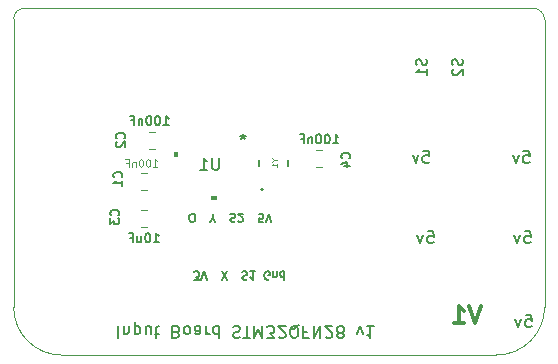
<source format=gbr>
G04 #@! TF.GenerationSoftware,KiCad,Pcbnew,(5.1.6)-1*
G04 #@! TF.CreationDate,2021-11-18T20:07:37-06:00*
G04 #@! TF.ProjectId,ControlPanelSTM32QFN28,436f6e74-726f-46c5-9061-6e656c53544d,rev?*
G04 #@! TF.SameCoordinates,Original*
G04 #@! TF.FileFunction,Legend,Bot*
G04 #@! TF.FilePolarity,Positive*
%FSLAX46Y46*%
G04 Gerber Fmt 4.6, Leading zero omitted, Abs format (unit mm)*
G04 Created by KiCad (PCBNEW (5.1.6)-1) date 2021-11-18 20:07:37*
%MOMM*%
%LPD*%
G01*
G04 APERTURE LIST*
%ADD10C,0.152400*%
G04 #@! TA.AperFunction,Profile*
%ADD11C,0.050000*%
G04 #@! TD*
%ADD12C,0.300000*%
%ADD13C,0.175000*%
%ADD14C,0.187500*%
%ADD15C,0.100000*%
%ADD16C,0.120000*%
%ADD17C,0.200000*%
%ADD18C,0.127000*%
%ADD19C,0.150000*%
%ADD20C,0.114300*%
%ADD21C,0.120132*%
G04 APERTURE END LIST*
D10*
X166145142Y-97443619D02*
X166628952Y-97443619D01*
X166677333Y-97927428D01*
X166628952Y-97879047D01*
X166532190Y-97830666D01*
X166290285Y-97830666D01*
X166193523Y-97879047D01*
X166145142Y-97927428D01*
X166096761Y-98024190D01*
X166096761Y-98266095D01*
X166145142Y-98362857D01*
X166193523Y-98411238D01*
X166290285Y-98459619D01*
X166532190Y-98459619D01*
X166628952Y-98411238D01*
X166677333Y-98362857D01*
X165758095Y-97782285D02*
X165516190Y-98459619D01*
X165274285Y-97782285D01*
X174645142Y-97443619D02*
X175128952Y-97443619D01*
X175177333Y-97927428D01*
X175128952Y-97879047D01*
X175032190Y-97830666D01*
X174790285Y-97830666D01*
X174693523Y-97879047D01*
X174645142Y-97927428D01*
X174596761Y-98024190D01*
X174596761Y-98266095D01*
X174645142Y-98362857D01*
X174693523Y-98411238D01*
X174790285Y-98459619D01*
X175032190Y-98459619D01*
X175128952Y-98411238D01*
X175177333Y-98362857D01*
X174258095Y-97782285D02*
X174016190Y-98459619D01*
X173774285Y-97782285D01*
X174845142Y-111343619D02*
X175328952Y-111343619D01*
X175377333Y-111827428D01*
X175328952Y-111779047D01*
X175232190Y-111730666D01*
X174990285Y-111730666D01*
X174893523Y-111779047D01*
X174845142Y-111827428D01*
X174796761Y-111924190D01*
X174796761Y-112166095D01*
X174845142Y-112262857D01*
X174893523Y-112311238D01*
X174990285Y-112359619D01*
X175232190Y-112359619D01*
X175328952Y-112311238D01*
X175377333Y-112262857D01*
X174458095Y-111682285D02*
X174216190Y-112359619D01*
X173974285Y-111682285D01*
X174745142Y-104243619D02*
X175228952Y-104243619D01*
X175277333Y-104727428D01*
X175228952Y-104679047D01*
X175132190Y-104630666D01*
X174890285Y-104630666D01*
X174793523Y-104679047D01*
X174745142Y-104727428D01*
X174696761Y-104824190D01*
X174696761Y-105066095D01*
X174745142Y-105162857D01*
X174793523Y-105211238D01*
X174890285Y-105259619D01*
X175132190Y-105259619D01*
X175228952Y-105211238D01*
X175277333Y-105162857D01*
X174358095Y-104582285D02*
X174116190Y-105259619D01*
X173874285Y-104582285D01*
D11*
X175479873Y-85389743D02*
G75*
G02*
X176439940Y-86360000I-5095J-965162D01*
G01*
X131488000Y-86296602D02*
G75*
G02*
X132389685Y-85389720I901685J5182D01*
G01*
D12*
X171081865Y-110552491D02*
X170581865Y-112052491D01*
X170081865Y-110552491D01*
X168796151Y-112052491D02*
X169653294Y-112052491D01*
X169224722Y-112052491D02*
X169224722Y-110552491D01*
X169367580Y-110766777D01*
X169510437Y-110909634D01*
X169653294Y-110981062D01*
D13*
X146759200Y-108370333D02*
X147192533Y-108370333D01*
X146959200Y-108103666D01*
X147059200Y-108103666D01*
X147125866Y-108070333D01*
X147159200Y-108037000D01*
X147192533Y-107970333D01*
X147192533Y-107803666D01*
X147159200Y-107737000D01*
X147125866Y-107703666D01*
X147059200Y-107670333D01*
X146859200Y-107670333D01*
X146792533Y-107703666D01*
X146759200Y-107737000D01*
X147392533Y-108370333D02*
X147625866Y-107670333D01*
X147859200Y-108370333D01*
X149092533Y-108370333D02*
X149559200Y-107670333D01*
X149559200Y-108370333D02*
X149092533Y-107670333D01*
X150859200Y-107703666D02*
X150959200Y-107670333D01*
X151125866Y-107670333D01*
X151192533Y-107703666D01*
X151225866Y-107737000D01*
X151259200Y-107803666D01*
X151259200Y-107870333D01*
X151225866Y-107937000D01*
X151192533Y-107970333D01*
X151125866Y-108003666D01*
X150992533Y-108037000D01*
X150925866Y-108070333D01*
X150892533Y-108103666D01*
X150859200Y-108170333D01*
X150859200Y-108237000D01*
X150892533Y-108303666D01*
X150925866Y-108337000D01*
X150992533Y-108370333D01*
X151159200Y-108370333D01*
X151259200Y-108337000D01*
X151925866Y-107670333D02*
X151525866Y-107670333D01*
X151725866Y-107670333D02*
X151725866Y-108370333D01*
X151659200Y-108270333D01*
X151592533Y-108203666D01*
X151525866Y-108170333D01*
X153125866Y-108337000D02*
X153059200Y-108370333D01*
X152959200Y-108370333D01*
X152859200Y-108337000D01*
X152792533Y-108270333D01*
X152759200Y-108203666D01*
X152725866Y-108070333D01*
X152725866Y-107970333D01*
X152759200Y-107837000D01*
X152792533Y-107770333D01*
X152859200Y-107703666D01*
X152959200Y-107670333D01*
X153025866Y-107670333D01*
X153125866Y-107703666D01*
X153159200Y-107737000D01*
X153159200Y-107970333D01*
X153025866Y-107970333D01*
X153459200Y-108137000D02*
X153459200Y-107670333D01*
X153459200Y-108070333D02*
X153492533Y-108103666D01*
X153559200Y-108137000D01*
X153659200Y-108137000D01*
X153725866Y-108103666D01*
X153759200Y-108037000D01*
X153759200Y-107670333D01*
X154392533Y-107670333D02*
X154392533Y-108370333D01*
X154392533Y-107703666D02*
X154325866Y-107670333D01*
X154192533Y-107670333D01*
X154125866Y-107703666D01*
X154092533Y-107737000D01*
X154059200Y-107803666D01*
X154059200Y-108003666D01*
X154092533Y-108070333D01*
X154125866Y-108103666D01*
X154192533Y-108137000D01*
X154325866Y-108137000D01*
X154392533Y-108103666D01*
X146542533Y-103470333D02*
X146675866Y-103470333D01*
X146742533Y-103437000D01*
X146809200Y-103370333D01*
X146842533Y-103237000D01*
X146842533Y-103003666D01*
X146809200Y-102870333D01*
X146742533Y-102803666D01*
X146675866Y-102770333D01*
X146542533Y-102770333D01*
X146475866Y-102803666D01*
X146409200Y-102870333D01*
X146375866Y-103003666D01*
X146375866Y-103237000D01*
X146409200Y-103370333D01*
X146475866Y-103437000D01*
X146542533Y-103470333D01*
X148342533Y-103103666D02*
X148342533Y-102770333D01*
X148109200Y-103470333D02*
X148342533Y-103103666D01*
X148575866Y-103470333D01*
X149842533Y-102803666D02*
X149942533Y-102770333D01*
X150109200Y-102770333D01*
X150175866Y-102803666D01*
X150209200Y-102837000D01*
X150242533Y-102903666D01*
X150242533Y-102970333D01*
X150209200Y-103037000D01*
X150175866Y-103070333D01*
X150109200Y-103103666D01*
X149975866Y-103137000D01*
X149909200Y-103170333D01*
X149875866Y-103203666D01*
X149842533Y-103270333D01*
X149842533Y-103337000D01*
X149875866Y-103403666D01*
X149909200Y-103437000D01*
X149975866Y-103470333D01*
X150142533Y-103470333D01*
X150242533Y-103437000D01*
X150509200Y-103403666D02*
X150542533Y-103437000D01*
X150609200Y-103470333D01*
X150775866Y-103470333D01*
X150842533Y-103437000D01*
X150875866Y-103403666D01*
X150909200Y-103337000D01*
X150909200Y-103270333D01*
X150875866Y-103170333D01*
X150475866Y-102770333D01*
X150909200Y-102770333D01*
X152609200Y-103470333D02*
X152275866Y-103470333D01*
X152242533Y-103137000D01*
X152275866Y-103170333D01*
X152342533Y-103203666D01*
X152509200Y-103203666D01*
X152575866Y-103170333D01*
X152609200Y-103137000D01*
X152642533Y-103070333D01*
X152642533Y-102903666D01*
X152609200Y-102837000D01*
X152575866Y-102803666D01*
X152509200Y-102770333D01*
X152342533Y-102770333D01*
X152275866Y-102803666D01*
X152242533Y-102837000D01*
X152842533Y-103470333D02*
X153075866Y-102770333D01*
X153309200Y-103470333D01*
D14*
X166438833Y-89722666D02*
X166481166Y-89849666D01*
X166481166Y-90061333D01*
X166438833Y-90146000D01*
X166396500Y-90188333D01*
X166311833Y-90230666D01*
X166227166Y-90230666D01*
X166142500Y-90188333D01*
X166100166Y-90146000D01*
X166057833Y-90061333D01*
X166015500Y-89892000D01*
X165973166Y-89807333D01*
X165930833Y-89765000D01*
X165846166Y-89722666D01*
X165761500Y-89722666D01*
X165676833Y-89765000D01*
X165634500Y-89807333D01*
X165592166Y-89892000D01*
X165592166Y-90103666D01*
X165634500Y-90230666D01*
X166481166Y-91077333D02*
X166481166Y-90569333D01*
X166481166Y-90823333D02*
X165592166Y-90823333D01*
X165719166Y-90738666D01*
X165803833Y-90654000D01*
X165846166Y-90569333D01*
X169480833Y-89722666D02*
X169523166Y-89849666D01*
X169523166Y-90061333D01*
X169480833Y-90146000D01*
X169438500Y-90188333D01*
X169353833Y-90230666D01*
X169269166Y-90230666D01*
X169184500Y-90188333D01*
X169142166Y-90146000D01*
X169099833Y-90061333D01*
X169057500Y-89892000D01*
X169015166Y-89807333D01*
X168972833Y-89765000D01*
X168888166Y-89722666D01*
X168803500Y-89722666D01*
X168718833Y-89765000D01*
X168676500Y-89807333D01*
X168634166Y-89892000D01*
X168634166Y-90103666D01*
X168676500Y-90230666D01*
X168718833Y-90569333D02*
X168676500Y-90611666D01*
X168634166Y-90696333D01*
X168634166Y-90908000D01*
X168676500Y-90992666D01*
X168718833Y-91035000D01*
X168803500Y-91077333D01*
X168888166Y-91077333D01*
X169015166Y-91035000D01*
X169523166Y-90527000D01*
X169523166Y-91077333D01*
X140341047Y-112290380D02*
X140341047Y-113306380D01*
X140824857Y-112967714D02*
X140824857Y-112290380D01*
X140824857Y-112870952D02*
X140873238Y-112919333D01*
X140970000Y-112967714D01*
X141115142Y-112967714D01*
X141211904Y-112919333D01*
X141260285Y-112822571D01*
X141260285Y-112290380D01*
X141744095Y-112967714D02*
X141744095Y-111951714D01*
X141744095Y-112919333D02*
X141840857Y-112967714D01*
X142034380Y-112967714D01*
X142131142Y-112919333D01*
X142179523Y-112870952D01*
X142227904Y-112774190D01*
X142227904Y-112483904D01*
X142179523Y-112387142D01*
X142131142Y-112338761D01*
X142034380Y-112290380D01*
X141840857Y-112290380D01*
X141744095Y-112338761D01*
X143098761Y-112967714D02*
X143098761Y-112290380D01*
X142663333Y-112967714D02*
X142663333Y-112435523D01*
X142711714Y-112338761D01*
X142808476Y-112290380D01*
X142953619Y-112290380D01*
X143050380Y-112338761D01*
X143098761Y-112387142D01*
X143437428Y-112967714D02*
X143824476Y-112967714D01*
X143582571Y-113306380D02*
X143582571Y-112435523D01*
X143630952Y-112338761D01*
X143727714Y-112290380D01*
X143824476Y-112290380D01*
X145275904Y-112822571D02*
X145421047Y-112774190D01*
X145469428Y-112725809D01*
X145517809Y-112629047D01*
X145517809Y-112483904D01*
X145469428Y-112387142D01*
X145421047Y-112338761D01*
X145324285Y-112290380D01*
X144937238Y-112290380D01*
X144937238Y-113306380D01*
X145275904Y-113306380D01*
X145372666Y-113258000D01*
X145421047Y-113209619D01*
X145469428Y-113112857D01*
X145469428Y-113016095D01*
X145421047Y-112919333D01*
X145372666Y-112870952D01*
X145275904Y-112822571D01*
X144937238Y-112822571D01*
X146098380Y-112290380D02*
X146001619Y-112338761D01*
X145953238Y-112387142D01*
X145904857Y-112483904D01*
X145904857Y-112774190D01*
X145953238Y-112870952D01*
X146001619Y-112919333D01*
X146098380Y-112967714D01*
X146243523Y-112967714D01*
X146340285Y-112919333D01*
X146388666Y-112870952D01*
X146437047Y-112774190D01*
X146437047Y-112483904D01*
X146388666Y-112387142D01*
X146340285Y-112338761D01*
X146243523Y-112290380D01*
X146098380Y-112290380D01*
X147307904Y-112290380D02*
X147307904Y-112822571D01*
X147259523Y-112919333D01*
X147162761Y-112967714D01*
X146969238Y-112967714D01*
X146872476Y-112919333D01*
X147307904Y-112338761D02*
X147211142Y-112290380D01*
X146969238Y-112290380D01*
X146872476Y-112338761D01*
X146824095Y-112435523D01*
X146824095Y-112532285D01*
X146872476Y-112629047D01*
X146969238Y-112677428D01*
X147211142Y-112677428D01*
X147307904Y-112725809D01*
X147791714Y-112290380D02*
X147791714Y-112967714D01*
X147791714Y-112774190D02*
X147840095Y-112870952D01*
X147888476Y-112919333D01*
X147985238Y-112967714D01*
X148082000Y-112967714D01*
X148856095Y-112290380D02*
X148856095Y-113306380D01*
X148856095Y-112338761D02*
X148759333Y-112290380D01*
X148565809Y-112290380D01*
X148469047Y-112338761D01*
X148420666Y-112387142D01*
X148372285Y-112483904D01*
X148372285Y-112774190D01*
X148420666Y-112870952D01*
X148469047Y-112919333D01*
X148565809Y-112967714D01*
X148759333Y-112967714D01*
X148856095Y-112919333D01*
X150065619Y-112338761D02*
X150210761Y-112290380D01*
X150452666Y-112290380D01*
X150549428Y-112338761D01*
X150597809Y-112387142D01*
X150646190Y-112483904D01*
X150646190Y-112580666D01*
X150597809Y-112677428D01*
X150549428Y-112725809D01*
X150452666Y-112774190D01*
X150259142Y-112822571D01*
X150162380Y-112870952D01*
X150114000Y-112919333D01*
X150065619Y-113016095D01*
X150065619Y-113112857D01*
X150114000Y-113209619D01*
X150162380Y-113258000D01*
X150259142Y-113306380D01*
X150501047Y-113306380D01*
X150646190Y-113258000D01*
X150936476Y-113306380D02*
X151517047Y-113306380D01*
X151226761Y-112290380D02*
X151226761Y-113306380D01*
X151855714Y-112290380D02*
X151855714Y-113306380D01*
X152194380Y-112580666D01*
X152533047Y-113306380D01*
X152533047Y-112290380D01*
X152920095Y-113306380D02*
X153549047Y-113306380D01*
X153210380Y-112919333D01*
X153355523Y-112919333D01*
X153452285Y-112870952D01*
X153500666Y-112822571D01*
X153549047Y-112725809D01*
X153549047Y-112483904D01*
X153500666Y-112387142D01*
X153452285Y-112338761D01*
X153355523Y-112290380D01*
X153065238Y-112290380D01*
X152968476Y-112338761D01*
X152920095Y-112387142D01*
X153936095Y-113209619D02*
X153984476Y-113258000D01*
X154081238Y-113306380D01*
X154323142Y-113306380D01*
X154419904Y-113258000D01*
X154468285Y-113209619D01*
X154516666Y-113112857D01*
X154516666Y-113016095D01*
X154468285Y-112870952D01*
X153887714Y-112290380D01*
X154516666Y-112290380D01*
X155629428Y-112193619D02*
X155532666Y-112242000D01*
X155435904Y-112338761D01*
X155290761Y-112483904D01*
X155194000Y-112532285D01*
X155097238Y-112532285D01*
X155145619Y-112290380D02*
X155048857Y-112338761D01*
X154952095Y-112435523D01*
X154903714Y-112629047D01*
X154903714Y-112967714D01*
X154952095Y-113161238D01*
X155048857Y-113258000D01*
X155145619Y-113306380D01*
X155339142Y-113306380D01*
X155435904Y-113258000D01*
X155532666Y-113161238D01*
X155581047Y-112967714D01*
X155581047Y-112629047D01*
X155532666Y-112435523D01*
X155435904Y-112338761D01*
X155339142Y-112290380D01*
X155145619Y-112290380D01*
X156355142Y-112822571D02*
X156016476Y-112822571D01*
X156016476Y-112290380D02*
X156016476Y-113306380D01*
X156500285Y-113306380D01*
X156887333Y-112290380D02*
X156887333Y-113306380D01*
X157467904Y-112290380D01*
X157467904Y-113306380D01*
X157903333Y-113209619D02*
X157951714Y-113258000D01*
X158048476Y-113306380D01*
X158290380Y-113306380D01*
X158387142Y-113258000D01*
X158435523Y-113209619D01*
X158483904Y-113112857D01*
X158483904Y-113016095D01*
X158435523Y-112870952D01*
X157854952Y-112290380D01*
X158483904Y-112290380D01*
X159064476Y-112870952D02*
X158967714Y-112919333D01*
X158919333Y-112967714D01*
X158870952Y-113064476D01*
X158870952Y-113112857D01*
X158919333Y-113209619D01*
X158967714Y-113258000D01*
X159064476Y-113306380D01*
X159258000Y-113306380D01*
X159354761Y-113258000D01*
X159403142Y-113209619D01*
X159451523Y-113112857D01*
X159451523Y-113064476D01*
X159403142Y-112967714D01*
X159354761Y-112919333D01*
X159258000Y-112870952D01*
X159064476Y-112870952D01*
X158967714Y-112822571D01*
X158919333Y-112774190D01*
X158870952Y-112677428D01*
X158870952Y-112483904D01*
X158919333Y-112387142D01*
X158967714Y-112338761D01*
X159064476Y-112290380D01*
X159258000Y-112290380D01*
X159354761Y-112338761D01*
X159403142Y-112387142D01*
X159451523Y-112483904D01*
X159451523Y-112677428D01*
X159403142Y-112774190D01*
X159354761Y-112822571D01*
X159258000Y-112870952D01*
X160564285Y-112967714D02*
X160806190Y-112290380D01*
X161048095Y-112967714D01*
X161967333Y-112290380D02*
X161386761Y-112290380D01*
X161677047Y-112290380D02*
X161677047Y-113306380D01*
X161580285Y-113161238D01*
X161483523Y-113064476D01*
X161386761Y-113016095D01*
D10*
X166545142Y-104243619D02*
X167028952Y-104243619D01*
X167077333Y-104727428D01*
X167028952Y-104679047D01*
X166932190Y-104630666D01*
X166690285Y-104630666D01*
X166593523Y-104679047D01*
X166545142Y-104727428D01*
X166496761Y-104824190D01*
X166496761Y-105066095D01*
X166545142Y-105162857D01*
X166593523Y-105211238D01*
X166690285Y-105259619D01*
X166932190Y-105259619D01*
X167028952Y-105211238D01*
X167077333Y-105162857D01*
X166158095Y-104582285D02*
X165916190Y-105259619D01*
X165674285Y-104582285D01*
D11*
X131488000Y-110680500D02*
X131488000Y-86296602D01*
X135552000Y-114744500D02*
G75*
G02*
X131488000Y-110680500I0J4064000D01*
G01*
X172353080Y-114744500D02*
X135552000Y-114744500D01*
X176439940Y-86360000D02*
X176450164Y-110667800D01*
X176450164Y-110670340D02*
G75*
G02*
X172353080Y-114744500I-4074224J0D01*
G01*
X175479873Y-85389743D02*
X132389685Y-85389720D01*
D15*
G36*
X148610880Y-101318674D02*
G01*
X148610880Y-101572674D01*
X148229880Y-101572674D01*
X148229880Y-101318674D01*
X148610880Y-101318674D01*
G37*
X148610880Y-101318674D02*
X148610880Y-101572674D01*
X148229880Y-101572674D01*
X148229880Y-101318674D01*
X148610880Y-101318674D01*
G36*
X145067326Y-97528740D02*
G01*
X145067326Y-97909740D01*
X145321326Y-97909740D01*
X145321326Y-97528740D01*
X145067326Y-97528740D01*
G37*
X145067326Y-97528740D02*
X145067326Y-97909740D01*
X145321326Y-97909740D01*
X145321326Y-97528740D01*
X145067326Y-97528740D01*
D16*
X142278748Y-99295000D02*
X142801252Y-99295000D01*
X142278748Y-100765000D02*
X142801252Y-100765000D01*
X143461252Y-97315000D02*
X142938748Y-97315000D01*
X143461252Y-95845000D02*
X142938748Y-95845000D01*
X142801252Y-102445000D02*
X142278748Y-102445000D01*
X142801252Y-103915000D02*
X142278748Y-103915000D01*
X157611078Y-97420000D02*
X157093922Y-97420000D01*
X157611078Y-98840000D02*
X157093922Y-98840000D01*
D17*
X152606000Y-100735000D02*
G75*
G03*
X152606000Y-100735000I-100000J0D01*
G01*
D18*
X152250000Y-98710000D02*
X152250000Y-98210000D01*
X154750000Y-98710000D02*
X154750000Y-98210000D01*
D19*
X148881904Y-98072380D02*
X148881904Y-98881904D01*
X148834285Y-98977142D01*
X148786666Y-99024761D01*
X148691428Y-99072380D01*
X148500952Y-99072380D01*
X148405714Y-99024761D01*
X148358095Y-98977142D01*
X148310476Y-98881904D01*
X148310476Y-98072380D01*
X147310476Y-99072380D02*
X147881904Y-99072380D01*
X147596190Y-99072380D02*
X147596190Y-98072380D01*
X147691428Y-98215238D01*
X147786666Y-98310476D01*
X147881904Y-98358095D01*
X150899674Y-96040050D02*
X150899674Y-96278146D01*
X151137769Y-96182908D02*
X150899674Y-96278146D01*
X150661578Y-96182908D01*
X151042531Y-96468622D02*
X150899674Y-96278146D01*
X150756816Y-96468622D01*
X150899674Y-96040050D02*
X150899674Y-96278146D01*
X151137769Y-96182908D02*
X150899674Y-96278146D01*
X150661578Y-96182908D01*
X151042531Y-96468622D02*
X150899674Y-96278146D01*
X150756816Y-96468622D01*
D18*
X140632822Y-99694720D02*
X140669108Y-99658434D01*
X140705394Y-99549577D01*
X140705394Y-99477005D01*
X140669108Y-99368148D01*
X140596537Y-99295577D01*
X140523965Y-99259291D01*
X140378822Y-99223005D01*
X140269965Y-99223005D01*
X140124822Y-99259291D01*
X140052251Y-99295577D01*
X139979680Y-99368148D01*
X139943394Y-99477005D01*
X139943394Y-99549577D01*
X139979680Y-99658434D01*
X140015965Y-99694720D01*
X140705394Y-100420434D02*
X140705394Y-99985005D01*
X140705394Y-100202720D02*
X139943394Y-100202720D01*
X140052251Y-100130148D01*
X140124822Y-100057577D01*
X140161108Y-99985005D01*
D20*
X143302738Y-98807261D02*
X143665595Y-98807261D01*
X143484166Y-98807261D02*
X143484166Y-98172261D01*
X143544642Y-98262976D01*
X143605119Y-98323452D01*
X143665595Y-98353690D01*
X142909642Y-98172261D02*
X142849166Y-98172261D01*
X142788690Y-98202500D01*
X142758452Y-98232738D01*
X142728214Y-98293214D01*
X142697976Y-98414166D01*
X142697976Y-98565357D01*
X142728214Y-98686309D01*
X142758452Y-98746785D01*
X142788690Y-98777023D01*
X142849166Y-98807261D01*
X142909642Y-98807261D01*
X142970119Y-98777023D01*
X143000357Y-98746785D01*
X143030595Y-98686309D01*
X143060833Y-98565357D01*
X143060833Y-98414166D01*
X143030595Y-98293214D01*
X143000357Y-98232738D01*
X142970119Y-98202500D01*
X142909642Y-98172261D01*
X142304880Y-98172261D02*
X142244404Y-98172261D01*
X142183928Y-98202500D01*
X142153690Y-98232738D01*
X142123452Y-98293214D01*
X142093214Y-98414166D01*
X142093214Y-98565357D01*
X142123452Y-98686309D01*
X142153690Y-98746785D01*
X142183928Y-98777023D01*
X142244404Y-98807261D01*
X142304880Y-98807261D01*
X142365357Y-98777023D01*
X142395595Y-98746785D01*
X142425833Y-98686309D01*
X142456071Y-98565357D01*
X142456071Y-98414166D01*
X142425833Y-98293214D01*
X142395595Y-98232738D01*
X142365357Y-98202500D01*
X142304880Y-98172261D01*
X141821071Y-98383928D02*
X141821071Y-98807261D01*
X141821071Y-98444404D02*
X141790833Y-98414166D01*
X141730357Y-98383928D01*
X141639642Y-98383928D01*
X141579166Y-98414166D01*
X141548928Y-98474642D01*
X141548928Y-98807261D01*
X141034880Y-98474642D02*
X141246547Y-98474642D01*
X141246547Y-98807261D02*
X141246547Y-98172261D01*
X140944166Y-98172261D01*
D18*
X140842142Y-96403000D02*
X140878428Y-96366714D01*
X140914714Y-96257857D01*
X140914714Y-96185285D01*
X140878428Y-96076428D01*
X140805857Y-96003857D01*
X140733285Y-95967571D01*
X140588142Y-95931285D01*
X140479285Y-95931285D01*
X140334142Y-95967571D01*
X140261571Y-96003857D01*
X140189000Y-96076428D01*
X140152714Y-96185285D01*
X140152714Y-96257857D01*
X140189000Y-96366714D01*
X140225285Y-96403000D01*
X140225285Y-96693285D02*
X140189000Y-96729571D01*
X140152714Y-96802142D01*
X140152714Y-96983571D01*
X140189000Y-97056142D01*
X140225285Y-97092428D01*
X140297857Y-97128714D01*
X140370428Y-97128714D01*
X140479285Y-97092428D01*
X140914714Y-96657000D01*
X140914714Y-97128714D01*
X144169285Y-95264714D02*
X144604714Y-95264714D01*
X144387000Y-95264714D02*
X144387000Y-94502714D01*
X144459571Y-94611571D01*
X144532142Y-94684142D01*
X144604714Y-94720428D01*
X143697571Y-94502714D02*
X143625000Y-94502714D01*
X143552428Y-94539000D01*
X143516142Y-94575285D01*
X143479857Y-94647857D01*
X143443571Y-94793000D01*
X143443571Y-94974428D01*
X143479857Y-95119571D01*
X143516142Y-95192142D01*
X143552428Y-95228428D01*
X143625000Y-95264714D01*
X143697571Y-95264714D01*
X143770142Y-95228428D01*
X143806428Y-95192142D01*
X143842714Y-95119571D01*
X143879000Y-94974428D01*
X143879000Y-94793000D01*
X143842714Y-94647857D01*
X143806428Y-94575285D01*
X143770142Y-94539000D01*
X143697571Y-94502714D01*
X142971857Y-94502714D02*
X142899285Y-94502714D01*
X142826714Y-94539000D01*
X142790428Y-94575285D01*
X142754142Y-94647857D01*
X142717857Y-94793000D01*
X142717857Y-94974428D01*
X142754142Y-95119571D01*
X142790428Y-95192142D01*
X142826714Y-95228428D01*
X142899285Y-95264714D01*
X142971857Y-95264714D01*
X143044428Y-95228428D01*
X143080714Y-95192142D01*
X143117000Y-95119571D01*
X143153285Y-94974428D01*
X143153285Y-94793000D01*
X143117000Y-94647857D01*
X143080714Y-94575285D01*
X143044428Y-94539000D01*
X142971857Y-94502714D01*
X142391285Y-94756714D02*
X142391285Y-95264714D01*
X142391285Y-94829285D02*
X142355000Y-94793000D01*
X142282428Y-94756714D01*
X142173571Y-94756714D01*
X142101000Y-94793000D01*
X142064714Y-94865571D01*
X142064714Y-95264714D01*
X141447857Y-94865571D02*
X141701857Y-94865571D01*
X141701857Y-95264714D02*
X141701857Y-94502714D01*
X141339000Y-94502714D01*
X140352142Y-102923000D02*
X140388428Y-102886714D01*
X140424714Y-102777857D01*
X140424714Y-102705285D01*
X140388428Y-102596428D01*
X140315857Y-102523857D01*
X140243285Y-102487571D01*
X140098142Y-102451285D01*
X139989285Y-102451285D01*
X139844142Y-102487571D01*
X139771571Y-102523857D01*
X139699000Y-102596428D01*
X139662714Y-102705285D01*
X139662714Y-102777857D01*
X139699000Y-102886714D01*
X139735285Y-102923000D01*
X139662714Y-103177000D02*
X139662714Y-103648714D01*
X139953000Y-103394714D01*
X139953000Y-103503571D01*
X139989285Y-103576142D01*
X140025571Y-103612428D01*
X140098142Y-103648714D01*
X140279571Y-103648714D01*
X140352142Y-103612428D01*
X140388428Y-103576142D01*
X140424714Y-103503571D01*
X140424714Y-103285857D01*
X140388428Y-103213285D01*
X140352142Y-103177000D01*
X143356428Y-105204714D02*
X143791857Y-105204714D01*
X143574142Y-105204714D02*
X143574142Y-104442714D01*
X143646714Y-104551571D01*
X143719285Y-104624142D01*
X143791857Y-104660428D01*
X142884714Y-104442714D02*
X142812142Y-104442714D01*
X142739571Y-104479000D01*
X142703285Y-104515285D01*
X142667000Y-104587857D01*
X142630714Y-104733000D01*
X142630714Y-104914428D01*
X142667000Y-105059571D01*
X142703285Y-105132142D01*
X142739571Y-105168428D01*
X142812142Y-105204714D01*
X142884714Y-105204714D01*
X142957285Y-105168428D01*
X142993571Y-105132142D01*
X143029857Y-105059571D01*
X143066142Y-104914428D01*
X143066142Y-104733000D01*
X143029857Y-104587857D01*
X142993571Y-104515285D01*
X142957285Y-104479000D01*
X142884714Y-104442714D01*
X141977571Y-104696714D02*
X141977571Y-105204714D01*
X142304142Y-104696714D02*
X142304142Y-105095857D01*
X142267857Y-105168428D01*
X142195285Y-105204714D01*
X142086428Y-105204714D01*
X142013857Y-105168428D01*
X141977571Y-105132142D01*
X141360714Y-104805571D02*
X141614714Y-104805571D01*
X141614714Y-105204714D02*
X141614714Y-104442714D01*
X141251857Y-104442714D01*
D19*
X159910642Y-98099520D02*
X159946928Y-98063234D01*
X159983214Y-97954377D01*
X159983214Y-97881805D01*
X159946928Y-97772948D01*
X159874357Y-97700377D01*
X159801785Y-97664091D01*
X159656642Y-97627805D01*
X159547785Y-97627805D01*
X159402642Y-97664091D01*
X159330071Y-97700377D01*
X159257500Y-97772948D01*
X159221214Y-97881805D01*
X159221214Y-97954377D01*
X159257500Y-98063234D01*
X159293785Y-98099520D01*
X159475214Y-98752662D02*
X159983214Y-98752662D01*
X159184928Y-98571234D02*
X159729214Y-98389805D01*
X159729214Y-98861520D01*
X158539285Y-96824714D02*
X158974714Y-96824714D01*
X158757000Y-96824714D02*
X158757000Y-96062714D01*
X158829571Y-96171571D01*
X158902142Y-96244142D01*
X158974714Y-96280428D01*
X158067571Y-96062714D02*
X157995000Y-96062714D01*
X157922428Y-96099000D01*
X157886142Y-96135285D01*
X157849857Y-96207857D01*
X157813571Y-96353000D01*
X157813571Y-96534428D01*
X157849857Y-96679571D01*
X157886142Y-96752142D01*
X157922428Y-96788428D01*
X157995000Y-96824714D01*
X158067571Y-96824714D01*
X158140142Y-96788428D01*
X158176428Y-96752142D01*
X158212714Y-96679571D01*
X158249000Y-96534428D01*
X158249000Y-96353000D01*
X158212714Y-96207857D01*
X158176428Y-96135285D01*
X158140142Y-96099000D01*
X158067571Y-96062714D01*
X157341857Y-96062714D02*
X157269285Y-96062714D01*
X157196714Y-96099000D01*
X157160428Y-96135285D01*
X157124142Y-96207857D01*
X157087857Y-96353000D01*
X157087857Y-96534428D01*
X157124142Y-96679571D01*
X157160428Y-96752142D01*
X157196714Y-96788428D01*
X157269285Y-96824714D01*
X157341857Y-96824714D01*
X157414428Y-96788428D01*
X157450714Y-96752142D01*
X157487000Y-96679571D01*
X157523285Y-96534428D01*
X157523285Y-96353000D01*
X157487000Y-96207857D01*
X157450714Y-96135285D01*
X157414428Y-96099000D01*
X157341857Y-96062714D01*
X156761285Y-96316714D02*
X156761285Y-96824714D01*
X156761285Y-96389285D02*
X156725000Y-96353000D01*
X156652428Y-96316714D01*
X156543571Y-96316714D01*
X156471000Y-96353000D01*
X156434714Y-96425571D01*
X156434714Y-96824714D01*
X155817857Y-96425571D02*
X156071857Y-96425571D01*
X156071857Y-96824714D02*
X156071857Y-96062714D01*
X155709000Y-96062714D01*
D21*
X153577458Y-98241337D02*
X153806281Y-98241337D01*
X153325754Y-98081161D02*
X153577458Y-98241337D01*
X153325754Y-98401513D01*
X153806281Y-98813393D02*
X153806281Y-98538806D01*
X153806281Y-98676100D02*
X153325754Y-98676100D01*
X153394400Y-98630335D01*
X153440165Y-98584571D01*
X153463047Y-98538806D01*
D19*
M02*

</source>
